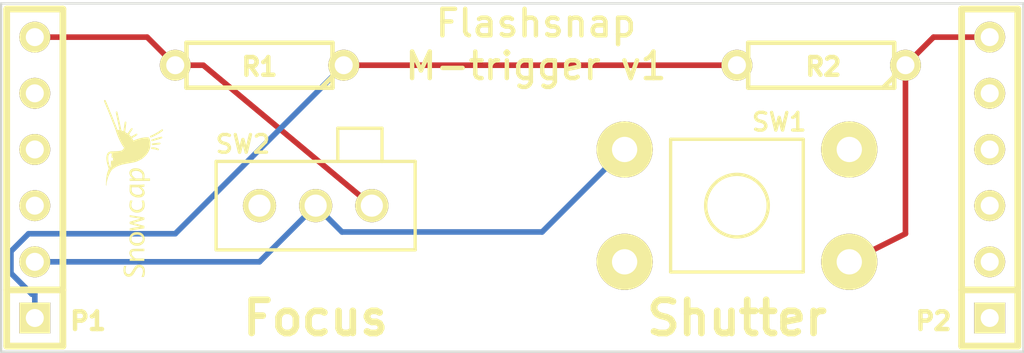
<source format=kicad_pcb>
(kicad_pcb (version 20171130) (host pcbnew "(5.1.12)-1")

  (general
    (thickness 1.6)
    (drawings 7)
    (tracks 21)
    (zones 0)
    (modules 7)
    (nets 5)
  )

  (page A3)
  (layers
    (0 F.Cu signal)
    (31 B.Cu signal)
    (32 B.Adhes user)
    (33 F.Adhes user)
    (34 B.Paste user)
    (35 F.Paste user)
    (36 B.SilkS user)
    (37 F.SilkS user)
    (38 B.Mask user)
    (39 F.Mask user)
    (40 Dwgs.User user)
    (41 Cmts.User user)
    (42 Eco1.User user)
    (43 Eco2.User user)
    (44 Edge.Cuts user)
  )

  (setup
    (last_trace_width 0.254)
    (trace_clearance 0.254)
    (zone_clearance 0.508)
    (zone_45_only no)
    (trace_min 0.254)
    (via_size 0.889)
    (via_drill 0.635)
    (via_min_size 0.889)
    (via_min_drill 0.508)
    (uvia_size 0.508)
    (uvia_drill 0.127)
    (uvias_allowed no)
    (uvia_min_size 0.508)
    (uvia_min_drill 0.127)
    (edge_width 0.1)
    (segment_width 0.2)
    (pcb_text_width 0.3)
    (pcb_text_size 1.5 1.5)
    (mod_edge_width 0.15)
    (mod_text_size 1 1)
    (mod_text_width 0.15)
    (pad_size 2.54 2.54)
    (pad_drill 1.143)
    (pad_to_mask_clearance 0)
    (aux_axis_origin 0 0)
    (visible_elements 7FFFFFFF)
    (pcbplotparams
      (layerselection 0x00030_ffffffff)
      (usegerberextensions true)
      (usegerberattributes true)
      (usegerberadvancedattributes true)
      (creategerberjobfile true)
      (excludeedgelayer true)
      (linewidth 0.150000)
      (plotframeref false)
      (viasonmask false)
      (mode 1)
      (useauxorigin false)
      (hpglpennumber 1)
      (hpglpenspeed 20)
      (hpglpendiameter 15.000000)
      (psnegative false)
      (psa4output false)
      (plotreference true)
      (plotvalue true)
      (plotinvisibletext false)
      (padsonsilk false)
      (subtractmaskfromsilk false)
      (outputformat 1)
      (mirror false)
      (drillshape 0)
      (scaleselection 1)
      (outputdirectory "gerber/"))
  )

  (net 0 "")
  (net 1 N-000001)
  (net 2 N-000005)
  (net 3 N-000006)
  (net 4 N-000008)

  (net_class Default "This is the default net class."
    (clearance 0.254)
    (trace_width 0.254)
    (via_dia 0.889)
    (via_drill 0.635)
    (uvia_dia 0.508)
    (uvia_drill 0.127)
    (add_net N-000001)
    (add_net N-000005)
    (add_net N-000006)
    (add_net N-000008)
  )

  (module SLIDE_SWITCH (layer F.Cu) (tedit 0) (tstamp 5485A56E)
    (at 193.04 144.78)
    (path /54858A81)
    (fp_text reference SW2 (at -3.29 -2.78) (layer F.SilkS)
      (effects (font (size 0.8 0.8) (thickness 0.15)))
    )
    (fp_text value DUAL_SWITCH_INV (at 0 3.81) (layer F.SilkS) hide
      (effects (font (size 1 1) (thickness 0.15)))
    )
    (fp_line (start -4.5 -2) (end 0 -2) (layer F.SilkS) (width 0.15))
    (fp_line (start -4.5 2) (end -4.5 -2) (layer F.SilkS) (width 0.15))
    (fp_line (start 4.5 2) (end -4.5 2) (layer F.SilkS) (width 0.15))
    (fp_line (start 4.5 -2) (end 4.5 2) (layer F.SilkS) (width 0.15))
    (fp_line (start 0 -2) (end 4.5 -2) (layer F.SilkS) (width 0.15))
    (fp_line (start 1 -3.5) (end 1 -2) (layer F.SilkS) (width 0.15))
    (fp_line (start 3 -3.5) (end 1 -3.5) (layer F.SilkS) (width 0.15))
    (fp_line (start 3 -2) (end 3 -3.5) (layer F.SilkS) (width 0.15))
    (pad 2 thru_hole circle (at 0 0) (size 1.5 1.5) (drill 1) (layers *.Cu *.Mask F.SilkS)
      (net 3 N-000006))
    (pad 1 thru_hole circle (at 2.54 0) (size 1.5 1.5) (drill 1) (layers *.Cu *.Mask F.SilkS)
      (net 1 N-000001))
    (pad 3 thru_hole circle (at -2.54 0) (size 1.5 1.5) (drill 1) (layers *.Cu *.Mask F.SilkS))
  )

  (module SW_PUSH_6MM (layer F.Cu) (tedit 5491E60B) (tstamp 5485A7D6)
    (at 212.09 144.78)
    (descr "Bouton poussoir")
    (tags "SWITCH DEV")
    (path /54858A72)
    (autoplace_cost180 10)
    (fp_text reference SW1 (at 1.91 -3.78) (layer F.SilkS)
      (effects (font (size 0.8 0.8) (thickness 0.15)))
    )
    (fp_text value SW_PUSH (at 0 0) (layer F.SilkS) hide
      (effects (font (size 1.27 1.27) (thickness 0.254)))
    )
    (fp_line (start -3 3) (end 3 3) (layer F.SilkS) (width 0.15))
    (fp_line (start -3 -3) (end -3 3) (layer F.SilkS) (width 0.15))
    (fp_line (start 3 -3) (end -3 -3) (layer F.SilkS) (width 0.15))
    (fp_line (start 3 3) (end 3 -3) (layer F.SilkS) (width 0.15))
    (fp_circle (center 0 0) (end 1 1) (layer F.SilkS) (width 0.15))
    (pad 1 thru_hole circle (at -5.08 -2.54) (size 2.54 2.54) (drill 1.143) (layers *.Cu *.Mask F.SilkS)
      (net 3 N-000006))
    (pad 2 thru_hole circle (at 5.08 2.54) (size 2.54 2.54) (drill 1.143) (layers *.Cu *.Mask F.SilkS)
      (net 2 N-000005))
    (pad 4 thru_hole circle (at 5.08 -2.54) (size 2.54 2.54) (drill 1.143) (layers *.Cu *.Mask F.SilkS))
    (pad 5 thru_hole circle (at -5.08 2.54) (size 2.54 2.54) (drill 1.143) (layers *.Cu *.Mask F.SilkS))
    (model device/switch_push.wrl
      (at (xyz 0 0 0))
      (scale (xyz 1 1 1))
      (rotate (xyz 0 0 0))
    )
  )

  (module R3 (layer F.Cu) (tedit 5491E5AD) (tstamp 0)
    (at 190.5 138.43 180)
    (descr "Resitance 3 pas")
    (tags R)
    (path /54858A90)
    (autoplace_cost180 10)
    (fp_text reference R1 (at 0 -0.07 180) (layer F.SilkS)
      (effects (font (size 0.8 0.8) (thickness 0.2)))
    )
    (fp_text value R (at 0 0.127 180) (layer F.SilkS) hide
      (effects (font (size 1.397 1.27) (thickness 0.2032)))
    )
    (fp_line (start -3.302 -0.508) (end -2.794 -1.016) (layer F.SilkS) (width 0.2032))
    (fp_line (start 3.302 1.016) (end 3.302 0) (layer F.SilkS) (width 0.2032))
    (fp_line (start -3.302 1.016) (end 3.302 1.016) (layer F.SilkS) (width 0.2032))
    (fp_line (start -3.302 -1.016) (end -3.302 1.016) (layer F.SilkS) (width 0.2032))
    (fp_line (start 3.302 -1.016) (end -3.302 -1.016) (layer F.SilkS) (width 0.2032))
    (fp_line (start 3.302 0) (end 3.302 -1.016) (layer F.SilkS) (width 0.2032))
    (fp_line (start 3.81 0) (end 3.302 0) (layer F.SilkS) (width 0.2032))
    (fp_line (start -3.81 0) (end -3.302 0) (layer F.SilkS) (width 0.2032))
    (pad 1 thru_hole circle (at -3.81 0 180) (size 1.397 1.397) (drill 0.8128) (layers *.Cu *.Mask F.SilkS)
      (net 4 N-000008))
    (pad 2 thru_hole circle (at 3.81 0 180) (size 1.397 1.397) (drill 0.8128) (layers *.Cu *.Mask F.SilkS)
      (net 1 N-000001))
    (model discret/resistor.wrl
      (at (xyz 0 0 0))
      (scale (xyz 0.3 0.3 0.3))
      (rotate (xyz 0 0 0))
    )
  )

  (module R3 (layer F.Cu) (tedit 5491E5BD) (tstamp 5485EB6B)
    (at 215.9 138.43 180)
    (descr "Resitance 3 pas")
    (tags R)
    (path /54858A9F)
    (autoplace_cost180 10)
    (fp_text reference R2 (at -0.1 -0.07 180) (layer F.SilkS)
      (effects (font (size 0.8 0.8) (thickness 0.2)))
    )
    (fp_text value R (at 0 0.127 180) (layer F.SilkS) hide
      (effects (font (size 1.397 1.27) (thickness 0.2032)))
    )
    (fp_line (start -3.302 -0.508) (end -2.794 -1.016) (layer F.SilkS) (width 0.2032))
    (fp_line (start 3.302 1.016) (end 3.302 0) (layer F.SilkS) (width 0.2032))
    (fp_line (start -3.302 1.016) (end 3.302 1.016) (layer F.SilkS) (width 0.2032))
    (fp_line (start -3.302 -1.016) (end -3.302 1.016) (layer F.SilkS) (width 0.2032))
    (fp_line (start 3.302 -1.016) (end -3.302 -1.016) (layer F.SilkS) (width 0.2032))
    (fp_line (start 3.302 0) (end 3.302 -1.016) (layer F.SilkS) (width 0.2032))
    (fp_line (start 3.81 0) (end 3.302 0) (layer F.SilkS) (width 0.2032))
    (fp_line (start -3.81 0) (end -3.302 0) (layer F.SilkS) (width 0.2032))
    (pad 1 thru_hole circle (at -3.81 0 180) (size 1.397 1.397) (drill 0.8128) (layers *.Cu *.Mask F.SilkS)
      (net 2 N-000005))
    (pad 2 thru_hole circle (at 3.81 0 180) (size 1.397 1.397) (drill 0.8128) (layers *.Cu *.Mask F.SilkS)
      (net 4 N-000008))
    (model discret/resistor.wrl
      (at (xyz 0 0 0))
      (scale (xyz 0.3 0.3 0.3))
      (rotate (xyz 0 0 0))
    )
  )

  (module SIL-6 (layer F.Cu) (tedit 0) (tstamp 5)
    (at 180.34 143.51 90)
    (descr "Connecteur 6 pins")
    (tags "CONN DEV")
    (path /5491E0C0)
    (fp_text reference P1 (at -6.49 2.41 180) (layer F.SilkS)
      (effects (font (size 0.8 0.8) (thickness 0.2)))
    )
    (fp_text value CONN_6 (at 0 -2.54 90) (layer F.SilkS) hide
      (effects (font (size 1.524 1.016) (thickness 0.3048)))
    )
    (fp_line (start -5.08 1.27) (end -5.08 -1.27) (layer F.SilkS) (width 0.3048))
    (fp_line (start 7.62 1.27) (end -7.62 1.27) (layer F.SilkS) (width 0.3048))
    (fp_line (start 7.62 -1.27) (end 7.62 1.27) (layer F.SilkS) (width 0.3048))
    (fp_line (start -7.62 -1.27) (end 7.62 -1.27) (layer F.SilkS) (width 0.3048))
    (fp_line (start -7.62 1.27) (end -7.62 -1.27) (layer F.SilkS) (width 0.3048))
    (pad 1 thru_hole rect (at -6.35 0 90) (size 1.397 1.397) (drill 0.8128) (layers *.Cu *.Mask F.SilkS)
      (net 4 N-000008))
    (pad 2 thru_hole circle (at -3.81 0 90) (size 1.397 1.397) (drill 0.8128) (layers *.Cu *.Mask F.SilkS)
      (net 3 N-000006))
    (pad 3 thru_hole circle (at -1.27 0 90) (size 1.397 1.397) (drill 0.8128) (layers *.Cu *.Mask F.SilkS))
    (pad 4 thru_hole circle (at 1.27 0 90) (size 1.397 1.397) (drill 0.8128) (layers *.Cu *.Mask F.SilkS))
    (pad 5 thru_hole circle (at 3.81 0 90) (size 1.397 1.397) (drill 0.8128) (layers *.Cu *.Mask F.SilkS))
    (pad 6 thru_hole circle (at 6.35 0 90) (size 1.397 1.397) (drill 0.8128) (layers *.Cu *.Mask F.SilkS)
      (net 1 N-000001))
  )

  (module SIL-6 (layer F.Cu) (tedit 5491E62E) (tstamp 5491E2A3)
    (at 223.52 143.51 90)
    (descr "Connecteur 6 pins")
    (tags "CONN DEV")
    (path /5491E0EA)
    (fp_text reference P2 (at -6.49 -2.54 180) (layer F.SilkS)
      (effects (font (size 0.8 0.8) (thickness 0.2)))
    )
    (fp_text value CONN_6 (at 0 -2.54 90) (layer F.SilkS) hide
      (effects (font (size 1.524 1.016) (thickness 0.3048)))
    )
    (fp_line (start -5.08 1.27) (end -5.08 -1.27) (layer F.SilkS) (width 0.3048))
    (fp_line (start 7.62 1.27) (end -7.62 1.27) (layer F.SilkS) (width 0.3048))
    (fp_line (start 7.62 -1.27) (end 7.62 1.27) (layer F.SilkS) (width 0.3048))
    (fp_line (start -7.62 -1.27) (end 7.62 -1.27) (layer F.SilkS) (width 0.3048))
    (fp_line (start -7.62 1.27) (end -7.62 -1.27) (layer F.SilkS) (width 0.3048))
    (pad 1 thru_hole rect (at -6.35 0 90) (size 1.397 1.397) (drill 0.8128) (layers *.Cu *.Mask F.SilkS))
    (pad 2 thru_hole circle (at -3.81 0 90) (size 1.397 1.397) (drill 0.8128) (layers *.Cu *.Mask F.SilkS))
    (pad 3 thru_hole circle (at -1.27 0 90) (size 1.397 1.397) (drill 0.8128) (layers *.Cu *.Mask F.SilkS))
    (pad 4 thru_hole circle (at 1.27 0 90) (size 1.397 1.397) (drill 0.8128) (layers *.Cu *.Mask F.SilkS))
    (pad 5 thru_hole circle (at 3.81 0 90) (size 1.397 1.397) (drill 0.8128) (layers *.Cu *.Mask F.SilkS))
    (pad 6 thru_hole circle (at 6.35 0 90) (size 1.397 1.397) (drill 0.8128) (layers *.Cu *.Mask F.SilkS)
      (net 2 N-000005))
  )

  (module LOGO_SNOWCAP_FRONT_SMALL (layer F.Cu) (tedit 5493CD4C) (tstamp 5492DAA5)
    (at 184.8 144 90)
    (fp_text reference VAL (at 0 0 90) (layer F.SilkS) hide
      (effects (font (size 0.381 0.381) (thickness 0.09525)))
    )
    (fp_text value REF (at 0 0 90) (layer F.SilkS) hide
      (effects (font (size 0.381 0.381) (thickness 0.09525)))
    )
    (fp_poly (pts (xy -1.20904 -0.1651) (xy -1.20904 -0.16256) (xy -1.21158 -0.14986) (xy -1.21412 -0.13208)
      (xy -1.2192 -0.10668) (xy -1.22428 -0.0762) (xy -1.22936 -0.04318) (xy -1.23444 -0.00254)
      (xy -1.24206 0.04064) (xy -1.24968 0.0889) (xy -1.2573 0.13716) (xy -1.26238 0.1651)
      (xy -1.31572 0.49276) (xy -1.36652 0.49276) (xy -1.41732 0.49022) (xy -1.48082 0.2794)
      (xy -1.49352 0.23622) (xy -1.50622 0.19812) (xy -1.51638 0.16002) (xy -1.52654 0.12192)
      (xy -1.5367 0.09144) (xy -1.54432 0.0635) (xy -1.5494 0.04064) (xy -1.55448 0.0254)
      (xy -1.55448 0.02286) (xy -1.55702 0.00508) (xy -1.5621 -0.0127) (xy -1.56464 -0.02032)
      (xy -1.56464 -0.0254) (xy -1.56718 -0.02032) (xy -1.56972 -0.01016) (xy -1.57226 0.00508)
      (xy -1.57734 0.02286) (xy -1.57988 0.03302) (xy -1.58496 0.05334) (xy -1.59004 0.07874)
      (xy -1.59766 0.10922) (xy -1.60528 0.14478) (xy -1.61544 0.18034) (xy -1.6256 0.22098)
      (xy -1.63576 0.26162) (xy -1.64084 0.2794) (xy -1.69418 0.49276) (xy -1.74752 0.49276)
      (xy -1.77038 0.49276) (xy -1.78562 0.49276) (xy -1.79324 0.49276) (xy -1.80086 0.49022)
      (xy -1.8034 0.48768) (xy -1.8034 0.48514) (xy -1.8034 0.47752) (xy -1.80594 0.46482)
      (xy -1.81102 0.44704) (xy -1.81356 0.42164) (xy -1.81864 0.39116) (xy -1.82372 0.3556)
      (xy -1.83134 0.31496) (xy -1.83896 0.27178) (xy -1.84658 0.22606) (xy -1.8542 0.1778)
      (xy -1.85674 0.1651) (xy -1.86436 0.11684) (xy -1.87198 0.06858) (xy -1.8796 0.0254)
      (xy -1.88468 -0.01778) (xy -1.8923 -0.05334) (xy -1.89738 -0.08636) (xy -1.89992 -0.1143)
      (xy -1.905 -0.13462) (xy -1.90754 -0.14986) (xy -1.90754 -0.15748) (xy -1.91008 -0.16764)
      (xy -1.85928 -0.16764) (xy -1.83642 -0.16764) (xy -1.82118 -0.16764) (xy -1.81102 -0.1651)
      (xy -1.80848 -0.1651) (xy -1.80848 -0.16256) (xy -1.80594 -0.16002) (xy -1.80594 -0.14732)
      (xy -1.80086 -0.12954) (xy -1.79832 -0.10414) (xy -1.79324 -0.0762) (xy -1.78816 -0.04318)
      (xy -1.78308 -0.00762) (xy -1.77546 0.03302) (xy -1.77546 0.03556) (xy -1.7653 0.09652)
      (xy -1.75768 0.1524) (xy -1.75006 0.19812) (xy -1.74498 0.23622) (xy -1.7399 0.2667)
      (xy -1.73482 0.28956) (xy -1.73228 0.30734) (xy -1.72974 0.3175) (xy -1.72974 0.32004)
      (xy -1.7272 0.3175) (xy -1.72466 0.30734) (xy -1.72212 0.2921) (xy -1.71958 0.2794)
      (xy -1.71704 0.2667) (xy -1.7145 0.24892) (xy -1.70688 0.22352) (xy -1.7018 0.19558)
      (xy -1.69164 0.16002) (xy -1.68402 0.12446) (xy -1.67386 0.08636) (xy -1.6637 0.04572)
      (xy -1.66116 0.03556) (xy -1.60782 -0.16764) (xy -1.55702 -0.16764) (xy -1.50876 -0.16764)
      (xy -1.45034 0.02794) (xy -1.44018 0.06858) (xy -1.42748 0.10668) (xy -1.41732 0.14478)
      (xy -1.40716 0.18034) (xy -1.39954 0.21082) (xy -1.39192 0.23876) (xy -1.38684 0.25908)
      (xy -1.38176 0.27178) (xy -1.37668 0.29464) (xy -1.37414 0.30734) (xy -1.3716 0.31496)
      (xy -1.36906 0.31496) (xy -1.36906 0.31242) (xy -1.36652 0.30734) (xy -1.36398 0.2921)
      (xy -1.36144 0.27432) (xy -1.3589 0.25146) (xy -1.35382 0.22606) (xy -1.35128 0.20828)
      (xy -1.3462 0.18034) (xy -1.34112 0.14732) (xy -1.33604 0.10922) (xy -1.32842 0.06858)
      (xy -1.32334 0.02794) (xy -1.31826 -0.0127) (xy -1.31572 -0.0254) (xy -1.31064 -0.05588)
      (xy -1.30556 -0.08636) (xy -1.30048 -0.11176) (xy -1.29794 -0.13462) (xy -1.2954 -0.1524)
      (xy -1.29286 -0.16256) (xy -1.29286 -0.1651) (xy -1.29032 -0.16764) (xy -1.28016 -0.16764)
      (xy -1.26746 -0.16764) (xy -1.25222 -0.16764) (xy -1.23444 -0.16764) (xy -1.22174 -0.16764)
      (xy -1.21158 -0.16764) (xy -1.20904 -0.1651)) (layer F.SilkS) (width 0.00254))
    (fp_poly (pts (xy -2.7305 0.49276) (xy -2.78384 0.49276) (xy -2.83718 0.49276) (xy -2.83972 0.25654)
      (xy -2.83972 0.19812) (xy -2.83972 0.14732) (xy -2.84226 0.10414) (xy -2.84226 0.06858)
      (xy -2.84226 0.0381) (xy -2.8448 0.01778) (xy -2.8448 0.00254) (xy -2.84734 -0.00254)
      (xy -2.85496 -0.03048) (xy -2.8702 -0.0508) (xy -2.89052 -0.06858) (xy -2.91338 -0.08128)
      (xy -2.93116 -0.08382) (xy -2.95656 -0.08382) (xy -2.9845 -0.07366) (xy -3.01498 -0.06096)
      (xy -3.04546 -0.04064) (xy -3.07594 -0.01524) (xy -3.10388 0.0127) (xy -3.13182 0.04572)
      (xy -3.15468 0.08128) (xy -3.15722 0.08382) (xy -3.16992 0.10922) (xy -3.16992 0.29972)
      (xy -3.16992 0.49276) (xy -3.2258 0.49276) (xy -3.27914 0.49276) (xy -3.27914 0.16256)
      (xy -3.27914 -0.16764) (xy -3.2258 -0.16764) (xy -3.16992 -0.16764) (xy -3.16992 -0.09652)
      (xy -3.16992 -0.02794) (xy -3.15976 -0.04064) (xy -3.14198 -0.0635) (xy -3.12928 -0.07874)
      (xy -3.11658 -0.09398) (xy -3.10388 -0.10414) (xy -3.09118 -0.11684) (xy -3.08864 -0.11684)
      (xy -3.05308 -0.14478) (xy -3.01244 -0.1651) (xy -2.97434 -0.1778) (xy -2.9337 -0.18542)
      (xy -2.8956 -0.18288) (xy -2.86004 -0.17526) (xy -2.82448 -0.15748) (xy -2.81686 -0.1524)
      (xy -2.79146 -0.13716) (xy -2.77368 -0.11684) (xy -2.75844 -0.09398) (xy -2.74828 -0.06604)
      (xy -2.74066 -0.03556) (xy -2.73558 0.00508) (xy -2.73558 0.01016) (xy -2.73304 0.02286)
      (xy -2.73304 0.04318) (xy -2.73304 0.06858) (xy -2.7305 0.09906) (xy -2.7305 0.13462)
      (xy -2.7305 0.17272) (xy -2.7305 0.21336) (xy -2.7305 0.25654) (xy -2.7305 0.27432)
      (xy -2.7305 0.49276)) (layer F.SilkS) (width 0.00254))
    (fp_poly (pts (xy 0.18796 0.48768) (xy 0.18542 0.49022) (xy 0.18034 0.49276) (xy 0.17018 0.49276)
      (xy 0.15494 0.49276) (xy 0.13208 0.49276) (xy 0.07366 0.49276) (xy 0.06604 0.45212)
      (xy 0.0635 0.42926) (xy 0.06096 0.4064) (xy 0.05842 0.38608) (xy 0.05842 0.381)
      (xy 0.05588 0.36576) (xy 0.05588 0.35306) (xy 0.05334 0.34798) (xy 0.05334 0.21844)
      (xy 0.0508 0.0762) (xy 0.0508 -0.07112) (xy 0.02794 -0.0762) (xy 0.01524 -0.07874)
      (xy -0.00508 -0.08128) (xy -0.0254 -0.08128) (xy -0.03556 -0.08382) (xy -0.07874 -0.08382)
      (xy -0.1143 -0.0762) (xy -0.14732 -0.06604) (xy -0.18034 -0.04572) (xy -0.21082 -0.02032)
      (xy -0.21336 -0.01778) (xy -0.23622 0.0127) (xy -0.25654 0.04318) (xy -0.27178 0.0762)
      (xy -0.28194 0.11176) (xy -0.28702 0.13462) (xy -0.28956 0.1651) (xy -0.28956 0.19558)
      (xy -0.2921 0.22606) (xy -0.28956 0.25654) (xy -0.28702 0.2794) (xy -0.28448 0.2921)
      (xy -0.27178 0.32766) (xy -0.254 0.35814) (xy -0.23114 0.381) (xy -0.2159 0.3937)
      (xy -0.1905 0.40386) (xy -0.16256 0.40386) (xy -0.13462 0.39878) (xy -0.12446 0.39624)
      (xy -0.10668 0.38862) (xy -0.09144 0.37846) (xy -0.08382 0.37338) (xy -0.0635 0.35814)
      (xy -0.04064 0.33782) (xy -0.01778 0.31242) (xy 0.00508 0.28702) (xy 0.02286 0.26416)
      (xy 0.02794 0.25654) (xy 0.05334 0.21844) (xy 0.05334 0.34798) (xy 0.0508 0.35306)
      (xy 0.04318 0.36068) (xy 0.0381 0.3683) (xy 0.02286 0.38862) (xy 0.00254 0.41148)
      (xy -0.02032 0.4318) (xy -0.04318 0.45212) (xy -0.05334 0.45974) (xy -0.09398 0.4826)
      (xy -0.13462 0.50038) (xy -0.17272 0.508) (xy -0.21336 0.51054) (xy -0.22352 0.508)
      (xy -0.25654 0.50038) (xy -0.28702 0.48514) (xy -0.3175 0.46482) (xy -0.34544 0.43942)
      (xy -0.3683 0.40894) (xy -0.38354 0.381) (xy -0.38862 0.36576) (xy -0.39624 0.34798)
      (xy -0.40132 0.32766) (xy -0.40132 0.32512) (xy -0.40894 0.26924) (xy -0.41148 0.21336)
      (xy -0.4064 0.16002) (xy -0.39624 0.10668) (xy -0.381 0.05588) (xy -0.36068 0.00762)
      (xy -0.33528 -0.0381) (xy -0.3048 -0.0762) (xy -0.26924 -0.10922) (xy -0.26416 -0.1143)
      (xy -0.23622 -0.13208) (xy -0.21082 -0.14732) (xy -0.18288 -0.16002) (xy -0.16256 -0.1651)
      (xy -0.14986 -0.16764) (xy -0.13716 -0.17018) (xy -0.11938 -0.17272) (xy -0.1016 -0.17272)
      (xy -0.07874 -0.17526) (xy -0.0508 -0.17526) (xy -0.02032 -0.17272) (xy 0.02032 -0.17272)
      (xy 0.06604 -0.17018) (xy 0.07366 -0.17018) (xy 0.1651 -0.16764) (xy 0.1651 0.09144)
      (xy 0.1651 0.1524) (xy 0.1651 0.2032) (xy 0.1651 0.25146) (xy 0.1651 0.28956)
      (xy 0.16764 0.32512) (xy 0.16764 0.3556) (xy 0.17018 0.381) (xy 0.17018 0.40386)
      (xy 0.17272 0.42164) (xy 0.17526 0.43942) (xy 0.1778 0.45466) (xy 0.18288 0.4699)
      (xy 0.18542 0.4826) (xy 0.18796 0.48514) (xy 0.18796 0.48768)) (layer F.SilkS) (width 0.00254))
    (fp_poly (pts (xy -0.54864 0.47244) (xy -0.5588 0.47752) (xy -0.56642 0.48006) (xy -0.58166 0.4826)
      (xy -0.59944 0.48768) (xy -0.60706 0.49022) (xy -0.66548 0.50292) (xy -0.72136 0.508)
      (xy -0.7747 0.51054) (xy -0.80264 0.508) (xy -0.8382 0.50292) (xy -0.8763 0.49276)
      (xy -0.91186 0.47752) (xy -0.93726 0.46482) (xy -0.97282 0.43942) (xy -1.00584 0.40894)
      (xy -1.03378 0.37592) (xy -1.05918 0.33782) (xy -1.06172 0.3302) (xy -1.0795 0.28702)
      (xy -1.0922 0.2413) (xy -1.09728 0.19304) (xy -1.09728 0.14224) (xy -1.0922 0.09398)
      (xy -1.08204 0.04826) (xy -1.0668 0.00508) (xy -1.06426 0.00254) (xy -1.03886 -0.04064)
      (xy -1.00838 -0.07874) (xy -0.97282 -0.1143) (xy -0.93218 -0.14224) (xy -0.889 -0.16256)
      (xy -0.8509 -0.17526) (xy -0.80518 -0.18288) (xy -0.75692 -0.18542) (xy -0.70358 -0.18034)
      (xy -0.65024 -0.17272) (xy -0.59436 -0.16002) (xy -0.57912 -0.15748) (xy -0.54864 -0.14732)
      (xy -0.54864 -0.09652) (xy -0.54864 -0.07366) (xy -0.54864 -0.06096) (xy -0.55118 -0.0508)
      (xy -0.55118 -0.04572) (xy -0.55372 -0.04572) (xy -0.55626 -0.04572) (xy -0.56134 -0.04826)
      (xy -0.57404 -0.05334) (xy -0.59182 -0.05842) (xy -0.60706 -0.0635) (xy -0.62992 -0.07112)
      (xy -0.65024 -0.07874) (xy -0.67056 -0.08382) (xy -0.68326 -0.08636) (xy -0.70866 -0.09144)
      (xy -0.7366 -0.09144) (xy -0.76708 -0.09144) (xy -0.79248 -0.09144) (xy -0.81534 -0.08636)
      (xy -0.85344 -0.07366) (xy -0.88646 -0.05334) (xy -0.9144 -0.0254) (xy -0.9398 0.00762)
      (xy -0.95758 0.04318) (xy -0.97028 0.08382) (xy -0.9779 0.12954) (xy -0.9779 0.15748)
      (xy -0.9779 0.19304) (xy -0.97282 0.22352) (xy -0.9652 0.254) (xy -0.9525 0.28194)
      (xy -0.92964 0.32004) (xy -0.90678 0.35052) (xy -0.87884 0.37592) (xy -0.84582 0.3937)
      (xy -0.83312 0.39878) (xy -0.81788 0.40132) (xy -0.79502 0.4064) (xy -0.76962 0.4064)
      (xy -0.74168 0.40894) (xy -0.71628 0.40894) (xy -0.69088 0.4064) (xy -0.68072 0.4064)
      (xy -0.66548 0.40132) (xy -0.6477 0.39878) (xy -0.62738 0.39116) (xy -0.60452 0.38608)
      (xy -0.58166 0.37846) (xy -0.56642 0.37338) (xy -0.55626 0.37084) (xy -0.55372 0.37084)
      (xy -0.55118 0.37338) (xy -0.54864 0.37846) (xy -0.54864 0.39116) (xy -0.54864 0.40894)
      (xy -0.54864 0.42164) (xy -0.54864 0.47244)) (layer F.SilkS) (width 0.00254))
    (fp_poly (pts (xy -1.97612 0.1905) (xy -1.97866 0.2286) (xy -1.98374 0.26162) (xy -1.99136 0.2921)
      (xy -2.00152 0.32258) (xy -2.02692 0.3683) (xy -2.05486 0.40894) (xy -2.09042 0.44196)
      (xy -2.09296 0.4445) (xy -2.09296 0.15748) (xy -2.0955 0.10922) (xy -2.10312 0.06604)
      (xy -2.11582 0.0254) (xy -2.1336 -0.01016) (xy -2.15392 -0.03556) (xy -2.17932 -0.06096)
      (xy -2.20472 -0.0762) (xy -2.23774 -0.0889) (xy -2.27076 -0.09144) (xy -2.29362 -0.09144)
      (xy -2.31394 -0.09144) (xy -2.32918 -0.0889) (xy -2.34188 -0.08636) (xy -2.35712 -0.07874)
      (xy -2.35966 -0.07874) (xy -2.39014 -0.05842) (xy -2.41808 -0.03302) (xy -2.4384 -0.00254)
      (xy -2.45618 0.0381) (xy -2.4638 0.05842) (xy -2.46634 0.07112) (xy -2.46888 0.08382)
      (xy -2.47142 0.09652) (xy -2.47142 0.11176) (xy -2.47142 0.13208) (xy -2.47142 0.15748)
      (xy -2.47142 0.16256) (xy -2.47142 0.19558) (xy -2.47142 0.22098) (xy -2.46888 0.24384)
      (xy -2.4638 0.26416) (xy -2.45872 0.28194) (xy -2.4511 0.30226) (xy -2.44348 0.3175)
      (xy -2.42316 0.35052) (xy -2.39776 0.37846) (xy -2.36982 0.39878) (xy -2.3368 0.41148)
      (xy -2.30124 0.4191) (xy -2.26314 0.4191) (xy -2.25298 0.41656) (xy -2.21742 0.4064)
      (xy -2.18694 0.39116) (xy -2.159 0.3683) (xy -2.13614 0.33782) (xy -2.11836 0.3048)
      (xy -2.10312 0.26162) (xy -2.0955 0.2159) (xy -2.09296 0.20574) (xy -2.09296 0.15748)
      (xy -2.09296 0.4445) (xy -2.12852 0.4699) (xy -2.16916 0.49022) (xy -2.21488 0.50546)
      (xy -2.26314 0.51054) (xy -2.3114 0.51054) (xy -2.35966 0.50292) (xy -2.40284 0.48768)
      (xy -2.44602 0.46736) (xy -2.48158 0.43942) (xy -2.5146 0.4064) (xy -2.54254 0.36576)
      (xy -2.5654 0.32004) (xy -2.58064 0.27178) (xy -2.58572 0.25908) (xy -2.58826 0.24384)
      (xy -2.5908 0.23114) (xy -2.5908 0.21336) (xy -2.5908 0.19558) (xy -2.5908 0.16764)
      (xy -2.5908 0.1651) (xy -2.5908 0.13716) (xy -2.5908 0.11684) (xy -2.5908 0.09906)
      (xy -2.58826 0.08382) (xy -2.58572 0.07112) (xy -2.58318 0.05842) (xy -2.56794 0.0127)
      (xy -2.54508 -0.03302) (xy -2.51968 -0.07366) (xy -2.48666 -0.10922) (xy -2.45364 -0.13716)
      (xy -2.44602 -0.14224) (xy -2.413 -0.16002) (xy -2.37744 -0.17272) (xy -2.33934 -0.18034)
      (xy -2.29616 -0.18542) (xy -2.26822 -0.18288) (xy -2.22758 -0.18034) (xy -2.19456 -0.17526)
      (xy -2.16154 -0.1651) (xy -2.1336 -0.14986) (xy -2.12598 -0.14478) (xy -2.0955 -0.12446)
      (xy -2.06502 -0.09652) (xy -2.03962 -0.0635) (xy -2.01676 -0.02794) (xy -2.00152 0.00762)
      (xy -1.99136 0.03048) (xy -1.98628 0.0508) (xy -1.9812 0.07112) (xy -1.97866 0.09144)
      (xy -1.97612 0.11684) (xy -1.97612 0.14732) (xy -1.97612 0.14986) (xy -1.97612 0.1905)) (layer F.SilkS) (width 0.00254))
    (fp_poly (pts (xy -3.44678 0.25146) (xy -3.44678 0.29464) (xy -3.45694 0.33528) (xy -3.46964 0.37084)
      (xy -3.48996 0.40894) (xy -3.52044 0.43942) (xy -3.55346 0.46736) (xy -3.59156 0.49022)
      (xy -3.63728 0.50546) (xy -3.66014 0.51054) (xy -3.68046 0.51308) (xy -3.7084 0.51562)
      (xy -3.73634 0.51816) (xy -3.76682 0.51816) (xy -3.7973 0.51816) (xy -3.8227 0.51816)
      (xy -3.84048 0.51562) (xy -3.87604 0.51054) (xy -3.91414 0.50292) (xy -3.95224 0.49022)
      (xy -3.96748 0.48514) (xy -4.0005 0.47498) (xy -4.00304 0.41656) (xy -4.00304 0.36068)
      (xy -3.96748 0.37846) (xy -3.92684 0.3937) (xy -3.88112 0.4064) (xy -3.83794 0.41656)
      (xy -3.7973 0.42418) (xy -3.7592 0.42926) (xy -3.74904 0.42926) (xy -3.71856 0.42672)
      (xy -3.68808 0.4191) (xy -3.6576 0.41148) (xy -3.6322 0.39878) (xy -3.61188 0.38354)
      (xy -3.60934 0.381) (xy -3.58902 0.35814) (xy -3.57378 0.3302) (xy -3.56616 0.29972)
      (xy -3.56362 0.26924) (xy -3.56362 0.2667) (xy -3.5687 0.24638) (xy -3.57378 0.22606)
      (xy -3.58394 0.20828) (xy -3.59664 0.18796) (xy -3.61696 0.17018) (xy -3.63982 0.14986)
      (xy -3.66776 0.12954) (xy -3.70078 0.10668) (xy -3.74396 0.08128) (xy -3.77444 0.0635)
      (xy -3.80746 0.04572) (xy -3.83286 0.02794) (xy -3.85572 0.01524) (xy -3.8735 0.00254)
      (xy -3.89128 -0.01016) (xy -3.90398 -0.02286) (xy -3.91922 -0.03556) (xy -3.91922 -0.0381)
      (xy -3.9497 -0.07366) (xy -3.97256 -0.10922) (xy -3.98526 -0.14986) (xy -3.99288 -0.1905)
      (xy -3.99288 -0.20574) (xy -3.99034 -0.25146) (xy -3.98018 -0.28956) (xy -3.96494 -0.32512)
      (xy -3.94208 -0.35814) (xy -3.92684 -0.37338) (xy -3.8989 -0.39624) (xy -3.8735 -0.41656)
      (xy -3.84048 -0.42926) (xy -3.80746 -0.43942) (xy -3.76428 -0.44704) (xy -3.74396 -0.44958)
      (xy -3.71094 -0.45212) (xy -3.67538 -0.44958) (xy -3.63982 -0.44704) (xy -3.60172 -0.4445)
      (xy -3.5687 -0.43942) (xy -3.53822 -0.4318) (xy -3.5179 -0.42418) (xy -3.50774 -0.42164)
      (xy -3.50774 -0.37338) (xy -3.50774 -0.3556) (xy -3.50774 -0.34036) (xy -3.50774 -0.32766)
      (xy -3.50774 -0.32512) (xy -3.51282 -0.32512) (xy -3.52298 -0.32766) (xy -3.53822 -0.3302)
      (xy -3.54584 -0.33274) (xy -3.59664 -0.34798) (xy -3.65252 -0.3556) (xy -3.68046 -0.35814)
      (xy -3.72618 -0.35814) (xy -3.76428 -0.35306) (xy -3.7973 -0.34036) (xy -3.82778 -0.32004)
      (xy -3.83794 -0.30988) (xy -3.85572 -0.2921) (xy -3.86588 -0.27178) (xy -3.87096 -0.24892)
      (xy -3.8735 -0.22098) (xy -3.8735 -0.2032) (xy -3.87096 -0.18542) (xy -3.86588 -0.17018)
      (xy -3.85826 -0.15494) (xy -3.8481 -0.1397) (xy -3.83286 -0.12446) (xy -3.81508 -0.10922)
      (xy -3.78968 -0.09144) (xy -3.76174 -0.07112) (xy -3.72618 -0.04826) (xy -3.68554 -0.02286)
      (xy -3.67284 -0.01778) (xy -3.63474 0.00762) (xy -3.60172 0.02794) (xy -3.57632 0.04572)
      (xy -3.55346 0.06096) (xy -3.53568 0.0762) (xy -3.52044 0.0889) (xy -3.50774 0.10414)
      (xy -3.49504 0.11684) (xy -3.48488 0.13462) (xy -3.48234 0.13716) (xy -3.46456 0.17272)
      (xy -3.45186 0.21082) (xy -3.44678 0.25146)) (layer F.SilkS) (width 0.00254))
    (fp_poly (pts (xy 0.91186 0.1016) (xy 0.90932 0.15748) (xy 0.9017 0.20828) (xy 0.889 0.254)
      (xy 0.87122 0.29972) (xy 0.86614 0.30988) (xy 0.8382 0.35814) (xy 0.80518 0.40132)
      (xy 0.79248 0.41402) (xy 0.79248 0.13716) (xy 0.79248 0.09144) (xy 0.7874 0.0508)
      (xy 0.77724 0.01524) (xy 0.76454 -0.01778) (xy 0.74676 -0.04318) (xy 0.72644 -0.06096)
      (xy 0.70358 -0.07366) (xy 0.67818 -0.07874) (xy 0.65278 -0.07874) (xy 0.62484 -0.06858)
      (xy 0.59436 -0.05334) (xy 0.56388 -0.03302) (xy 0.53594 -0.00762) (xy 0.50546 0.0254)
      (xy 0.47752 0.0635) (xy 0.47498 0.06858) (xy 0.44958 0.10668) (xy 0.44958 0.25146)
      (xy 0.44958 0.39624) (xy 0.48006 0.40132) (xy 0.50546 0.4064) (xy 0.5334 0.40894)
      (xy 0.56134 0.40894) (xy 0.58674 0.4064) (xy 0.60706 0.40386) (xy 0.61214 0.40386)
      (xy 0.64008 0.3937) (xy 0.66548 0.381) (xy 0.68834 0.36322) (xy 0.7112 0.3429)
      (xy 0.7366 0.31242) (xy 0.75946 0.28194) (xy 0.7747 0.24638) (xy 0.78486 0.20574)
      (xy 0.78994 0.16002) (xy 0.79248 0.13716) (xy 0.79248 0.41402) (xy 0.76962 0.43434)
      (xy 0.73152 0.46228) (xy 0.68834 0.4826) (xy 0.64008 0.4953) (xy 0.635 0.49784)
      (xy 0.6223 0.49784) (xy 0.60198 0.50038) (xy 0.57912 0.50038) (xy 0.55372 0.50038)
      (xy 0.52578 0.50038) (xy 0.50292 0.49784) (xy 0.48006 0.49784) (xy 0.46482 0.4953)
      (xy 0.45974 0.4953) (xy 0.44958 0.49276) (xy 0.44958 0.61976) (xy 0.44958 0.7493)
      (xy 0.3937 0.7493) (xy 0.33782 0.7493) (xy 0.33782 0.28956) (xy 0.33782 -0.17018)
      (xy 0.39116 -0.16764) (xy 0.44704 -0.16764) (xy 0.44704 -0.09652) (xy 0.44958 -0.0254)
      (xy 0.47498 -0.05842) (xy 0.508 -0.09652) (xy 0.54864 -0.12954) (xy 0.58928 -0.15494)
      (xy 0.61976 -0.16764) (xy 0.6477 -0.1778) (xy 0.6731 -0.18288) (xy 0.70104 -0.18288)
      (xy 0.7112 -0.18288) (xy 0.74422 -0.18034) (xy 0.77216 -0.16764) (xy 0.80264 -0.1524)
      (xy 0.83058 -0.127) (xy 0.83312 -0.127) (xy 0.84836 -0.11176) (xy 0.86106 -0.09652)
      (xy 0.87122 -0.07874) (xy 0.87884 -0.0635) (xy 0.89154 -0.03556) (xy 0.89916 -0.00762)
      (xy 0.90678 0.02286) (xy 0.90932 0.05588) (xy 0.91186 0.09398) (xy 0.91186 0.1016)) (layer F.SilkS) (width 0.00254))
    (fp_poly (pts (xy 3.99796 -1.29286) (xy 3.99542 -1.28016) (xy 3.9878 -1.26746) (xy 3.9878 -1.26492)
      (xy 3.98018 -1.26238) (xy 3.96748 -1.2573) (xy 3.9497 -1.24714) (xy 3.92938 -1.23952)
      (xy 3.90652 -1.22936) (xy 3.8989 -1.22682) (xy 3.88112 -1.2192) (xy 3.85826 -1.20904)
      (xy 3.82778 -1.19634) (xy 3.79222 -1.1811) (xy 3.75412 -1.16586) (xy 3.71348 -1.15062)
      (xy 3.6703 -1.1303) (xy 3.62712 -1.11252) (xy 3.5814 -1.09474) (xy 3.57378 -1.0922)
      (xy 3.48488 -1.05664) (xy 3.39598 -1.01854) (xy 3.30454 -0.98044) (xy 3.2131 -0.94488)
      (xy 3.1242 -0.90932) (xy 3.0353 -0.87376) (xy 2.95148 -0.84074) (xy 2.8702 -0.80772)
      (xy 2.79654 -0.77978) (xy 2.78892 -0.77724) (xy 2.75844 -0.76454) (xy 2.7305 -0.75438)
      (xy 2.7051 -0.74422) (xy 2.68478 -0.7366) (xy 2.66954 -0.73152) (xy 2.65938 -0.72644)
      (xy 2.65684 -0.72644) (xy 2.65176 -0.7239) (xy 2.64922 -0.71882) (xy 2.64668 -0.70866)
      (xy 2.64414 -0.69342) (xy 2.6416 -0.67564) (xy 2.63906 -0.65786) (xy 2.63652 -0.64262)
      (xy 2.63652 -0.62992) (xy 2.63652 -0.62738) (xy 2.63906 -0.62738) (xy 2.65176 -0.62992)
      (xy 2.66954 -0.635) (xy 2.6924 -0.64008) (xy 2.72288 -0.64516) (xy 2.75844 -0.65278)
      (xy 2.79908 -0.6604) (xy 2.84226 -0.67056) (xy 2.89052 -0.68072) (xy 2.94132 -0.69342)
      (xy 2.99466 -0.70358) (xy 3.03022 -0.7112) (xy 3.0861 -0.7239) (xy 3.13944 -0.73406)
      (xy 3.19024 -0.74676) (xy 3.2385 -0.75692) (xy 3.28168 -0.76454) (xy 3.32232 -0.7747)
      (xy 3.35534 -0.77978) (xy 3.38582 -0.7874) (xy 3.41122 -0.79248) (xy 3.429 -0.79502)
      (xy 3.43916 -0.79756) (xy 3.4417 -0.79756) (xy 3.45948 -0.79502) (xy 3.46964 -0.78486)
      (xy 3.47726 -0.77216) (xy 3.4798 -0.762) (xy 3.47726 -0.74676) (xy 3.4671 -0.73406)
      (xy 3.45948 -0.72898) (xy 3.4544 -0.72644) (xy 3.4417 -0.7239) (xy 3.42138 -0.71882)
      (xy 3.39598 -0.71374) (xy 3.3655 -0.70612) (xy 3.32994 -0.6985) (xy 3.28676 -0.68834)
      (xy 3.24104 -0.67818) (xy 3.19278 -0.66802) (xy 3.14198 -0.65786) (xy 3.0861 -0.64516)
      (xy 3.03022 -0.63246) (xy 2.61366 -0.54356) (xy 2.60096 -0.50292) (xy 2.59334 -0.4826)
      (xy 2.58826 -0.46736) (xy 2.58318 -0.4572) (xy 2.58318 -0.45212) (xy 2.58318 -0.44958)
      (xy 2.58572 -0.44958) (xy 2.59334 -0.44958) (xy 2.60604 -0.44704) (xy 2.62636 -0.4445)
      (xy 2.64922 -0.44196) (xy 2.6797 -0.43688) (xy 2.71018 -0.43434) (xy 2.7432 -0.42926)
      (xy 2.77876 -0.42418) (xy 2.81432 -0.4191) (xy 2.84988 -0.41402) (xy 2.8829 -0.40894)
      (xy 2.91338 -0.4064) (xy 2.94132 -0.40132) (xy 2.96418 -0.39878) (xy 2.97942 -0.39624)
      (xy 2.99212 -0.3937) (xy 2.9972 -0.39116) (xy 3.0099 -0.38354) (xy 3.01752 -0.3683)
      (xy 3.01752 -0.35306) (xy 3.01244 -0.33528) (xy 2.99974 -0.32512) (xy 2.9845 -0.32004)
      (xy 2.98196 -0.32004) (xy 2.97688 -0.32258) (xy 2.96164 -0.32258) (xy 2.94132 -0.32512)
      (xy 2.91592 -0.32766) (xy 2.88544 -0.33274) (xy 2.85242 -0.33782) (xy 2.81432 -0.34036)
      (xy 2.77368 -0.34798) (xy 2.7559 -0.34798) (xy 2.71526 -0.3556) (xy 2.6797 -0.35814)
      (xy 2.64414 -0.36322) (xy 2.61366 -0.3683) (xy 2.58826 -0.37084) (xy 2.5654 -0.37338)
      (xy 2.5527 -0.37338) (xy 2.54508 -0.37338) (xy 2.54254 -0.37338) (xy 2.54 -0.37084)
      (xy 2.53492 -0.36068) (xy 2.5273 -0.34544) (xy 2.51714 -0.32766) (xy 2.50952 -0.3175)
      (xy 2.47904 -0.26416) (xy 2.59588 -0.18542) (xy 2.62382 -0.16764) (xy 2.64922 -0.14986)
      (xy 2.67208 -0.13462) (xy 2.6924 -0.11938) (xy 2.7051 -0.10922) (xy 2.71526 -0.1016)
      (xy 2.72034 -0.09652) (xy 2.72542 -0.08128) (xy 2.72542 -0.06604) (xy 2.71526 -0.05334)
      (xy 2.71018 -0.04572) (xy 2.70256 -0.04318) (xy 2.69748 -0.04064) (xy 2.68986 -0.04064)
      (xy 2.6797 -0.04318) (xy 2.66954 -0.04826) (xy 2.6543 -0.05588) (xy 2.63398 -0.06858)
      (xy 2.61112 -0.08382) (xy 2.58064 -0.1016) (xy 2.55778 -0.11938) (xy 2.52984 -0.13716)
      (xy 2.50444 -0.1524) (xy 2.48158 -0.16764) (xy 2.4638 -0.18034) (xy 2.44856 -0.1905)
      (xy 2.4384 -0.19558) (xy 2.43586 -0.19558) (xy 2.43332 -0.19304) (xy 2.4257 -0.18542)
      (xy 2.413 -0.17526) (xy 2.40792 -0.17018) (xy 2.39522 -0.15748) (xy 2.38252 -0.14478)
      (xy 2.36474 -0.12954) (xy 2.35204 -0.11938) (xy 2.33934 -0.10922) (xy 2.33426 -0.10668)
      (xy 2.3368 -0.10414) (xy 2.34188 -0.09398) (xy 2.35204 -0.07874) (xy 2.3622 -0.06096)
      (xy 2.37744 -0.0381) (xy 2.39268 -0.0127) (xy 2.40538 0.01016) (xy 2.4257 0.04318)
      (xy 2.44094 0.07112) (xy 2.45618 0.09398) (xy 2.4638 0.11176) (xy 2.47142 0.127)
      (xy 2.47396 0.13716) (xy 2.4765 0.14478) (xy 2.47396 0.1524) (xy 2.47142 0.15748)
      (xy 2.46634 0.16256) (xy 2.4638 0.1651) (xy 2.44856 0.17526) (xy 2.43332 0.17526)
      (xy 2.42062 0.17018) (xy 2.413 0.16256) (xy 2.40792 0.15748) (xy 2.39776 0.14478)
      (xy 2.3876 0.127) (xy 2.37236 0.10668) (xy 2.35712 0.08128) (xy 2.34188 0.05334)
      (xy 2.33426 0.04318) (xy 2.31902 0.01778) (xy 2.30378 -0.00762) (xy 2.29108 -0.02794)
      (xy 2.28092 -0.04572) (xy 2.2733 -0.05842) (xy 2.26822 -0.0635) (xy 2.26314 -0.0635)
      (xy 2.25552 -0.05842) (xy 2.24028 -0.04826) (xy 2.22504 -0.0381) (xy 2.21488 -0.03302)
      (xy 2.16154 0) (xy 2.1717 0.02286) (xy 2.2098 0.11176) (xy 2.24028 0.20574)
      (xy 2.26822 0.30226) (xy 2.28092 0.35052) (xy 2.28854 0.39878) (xy 2.29616 0.44704)
      (xy 2.30378 0.49784) (xy 2.30632 0.54864) (xy 2.30886 0.59436) (xy 2.30886 0.635)
      (xy 2.30886 0.67564) (xy 2.29108 0.69596) (xy 2.27584 0.70866) (xy 2.2606 0.72136)
      (xy 2.24282 0.72898) (xy 2.21996 0.7366) (xy 2.19456 0.74422) (xy 2.14376 0.75692)
      (xy 2.09804 0.76454) (xy 2.05486 0.76708) (xy 2.0066 0.76962) (xy 1.9558 0.76454)
      (xy 1.9431 0.76454) (xy 1.905 0.762) (xy 1.87198 0.75692) (xy 1.84404 0.75184)
      (xy 1.81864 0.74676) (xy 1.79324 0.73914) (xy 1.76784 0.72898) (xy 1.73736 0.71882)
      (xy 1.7272 0.71374) (xy 1.66624 0.6858) (xy 1.61036 0.65278) (xy 1.59512 0.64008)
      (xy 1.59512 -1.0033) (xy 1.59258 -1.01854) (xy 1.58496 -1.04902) (xy 1.57226 -1.07442)
      (xy 1.5621 -1.08966) (xy 1.54432 -1.1049) (xy 1.51892 -1.1176) (xy 1.49352 -1.12776)
      (xy 1.46558 -1.13538) (xy 1.44526 -1.14046) (xy 1.41986 -1.14046) (xy 1.39192 -1.143)
      (xy 1.36144 -1.143) (xy 1.32842 -1.143) (xy 1.29794 -1.14046) (xy 1.27 -1.13792)
      (xy 1.25222 -1.13538) (xy 1.21666 -1.1303) (xy 1.17856 -1.12268) (xy 1.13792 -1.11252)
      (xy 1.09474 -1.09982) (xy 1.05156 -1.08712) (xy 1.01092 -1.07442) (xy 0.97536 -1.06172)
      (xy 0.9652 -1.05918) (xy 0.9271 -1.04394) (xy 0.94742 -1.0414) (xy 0.97028 -1.03632)
      (xy 0.99822 -1.03378) (xy 1.03124 -1.03124) (xy 1.0668 -1.02616) (xy 1.10236 -1.02362)
      (xy 1.13538 -1.02108) (xy 1.1684 -1.01854) (xy 1.19888 -1.016) (xy 1.22174 -1.01346)
      (xy 1.23952 -1.01346) (xy 1.27254 -1.01346) (xy 1.2573 -1.0033) (xy 1.2446 -0.9906)
      (xy 1.23952 -0.9779) (xy 1.24206 -0.96266) (xy 1.24206 -0.96012) (xy 1.24968 -0.94742)
      (xy 1.26238 -0.9398) (xy 1.2827 -0.92964) (xy 1.29032 -0.9271) (xy 1.3081 -0.92456)
      (xy 1.32842 -0.92202) (xy 1.34874 -0.92456) (xy 1.36652 -0.9271) (xy 1.38176 -0.93218)
      (xy 1.397 -0.94488) (xy 1.40462 -0.95758) (xy 1.40462 -0.97282) (xy 1.397 -0.98552)
      (xy 1.39446 -0.9906) (xy 1.38938 -0.99314) (xy 1.38938 -0.99568) (xy 1.397 -0.99568)
      (xy 1.41224 -0.99314) (xy 1.42494 -0.9906) (xy 1.44526 -0.98806) (xy 1.46812 -0.98552)
      (xy 1.49352 -0.98298) (xy 1.50368 -0.98298) (xy 1.524 -0.98044) (xy 1.53924 -0.98044)
      (xy 1.54686 -0.98298) (xy 1.55702 -0.98552) (xy 1.56464 -0.98806) (xy 1.57226 -0.9906)
      (xy 1.59512 -1.0033) (xy 1.59512 0.64008) (xy 1.55702 0.61468) (xy 1.50368 0.5715)
      (xy 1.46812 0.53848) (xy 1.42494 0.49276) (xy 1.38684 0.45212) (xy 1.35128 0.40894)
      (xy 1.3208 0.36322) (xy 1.29286 0.3175) (xy 1.26746 0.2667) (xy 1.24206 0.21082)
      (xy 1.2192 0.15748) (xy 1.20904 0.127) (xy 1.19888 0.1016) (xy 1.19126 0.07366)
      (xy 1.18364 0.04572) (xy 1.17602 0.01524) (xy 1.1684 -0.02032) (xy 1.16078 -0.05842)
      (xy 1.15316 -0.1016) (xy 1.14554 -0.1524) (xy 1.14046 -0.17526) (xy 1.12776 -0.254)
      (xy 1.11506 -0.32512) (xy 1.10236 -0.39116) (xy 1.08966 -0.45212) (xy 1.07696 -0.508)
      (xy 1.06172 -0.5588) (xy 1.04648 -0.60706) (xy 1.0287 -0.65532) (xy 1.01092 -0.70104)
      (xy 0.9906 -0.74676) (xy 0.97282 -0.78232) (xy 0.96266 -0.8001) (xy 0.94996 -0.82042)
      (xy 0.93472 -0.84582) (xy 0.91948 -0.86868) (xy 0.9017 -0.89408) (xy 0.88392 -0.91948)
      (xy 0.86614 -0.9398) (xy 0.85344 -0.96012) (xy 0.84074 -0.97282) (xy 0.83058 -0.98044)
      (xy 0.79502 -1.00584) (xy 0.75438 -1.03124) (xy 0.70612 -1.05664) (xy 0.65532 -1.08204)
      (xy 0.60452 -1.1049) (xy 0.55118 -1.12776) (xy 0.50038 -1.14808) (xy 0.44958 -1.16332)
      (xy 0.4445 -1.16586) (xy 0.39878 -1.17856) (xy 0.35814 -1.18872) (xy 0.32258 -1.19888)
      (xy 0.28956 -1.20396) (xy 0.254 -1.21158) (xy 0.22098 -1.21412) (xy 0.18542 -1.2192)
      (xy 0.16256 -1.2192) (xy 0.14478 -1.22174) (xy 0.13462 -1.22174) (xy 0.127 -1.22428)
      (xy 0.12446 -1.22682) (xy 0.12446 -1.22936) (xy 0.12446 -1.23444) (xy 0.12954 -1.23698)
      (xy 0.13462 -1.23952) (xy 0.14478 -1.23952) (xy 0.16002 -1.24206) (xy 0.18034 -1.24206)
      (xy 0.20574 -1.23952) (xy 0.23876 -1.23952) (xy 0.27432 -1.23952) (xy 0.3556 -1.23444)
      (xy 0.42672 -1.22936) (xy 0.49276 -1.22174) (xy 0.55626 -1.21412) (xy 0.61214 -1.20396)
      (xy 0.66548 -1.1938) (xy 0.71882 -1.17856) (xy 0.76708 -1.16332) (xy 0.81788 -1.143)
      (xy 0.8382 -1.13538) (xy 0.85852 -1.12776) (xy 0.87376 -1.12014) (xy 0.88646 -1.11506)
      (xy 0.89662 -1.11506) (xy 0.9017 -1.1176) (xy 0.9144 -1.12268) (xy 0.92964 -1.12776)
      (xy 0.9398 -1.1303) (xy 0.97282 -1.143) (xy 1.01346 -1.1557) (xy 1.05664 -1.1684)
      (xy 1.09982 -1.1811) (xy 1.143 -1.19126) (xy 1.18364 -1.20142) (xy 1.22174 -1.20904)
      (xy 1.23698 -1.21158) (xy 1.27 -1.21666) (xy 1.3081 -1.2192) (xy 1.3462 -1.2192)
      (xy 1.3843 -1.22174) (xy 1.41732 -1.2192) (xy 1.4351 -1.21666) (xy 1.4859 -1.20904)
      (xy 1.53162 -1.19634) (xy 1.56972 -1.17856) (xy 1.60274 -1.1557) (xy 1.62814 -1.1303)
      (xy 1.64846 -1.09982) (xy 1.65354 -1.08458) (xy 1.65862 -1.07188) (xy 1.66116 -1.05918)
      (xy 1.66624 -1.0414) (xy 1.66878 -1.02108) (xy 1.67132 -0.99822) (xy 1.67386 -0.97028)
      (xy 1.6764 -0.93472) (xy 1.6764 -0.89408) (xy 1.67894 -0.84836) (xy 1.67894 -0.8382)
      (xy 1.68148 -0.78232) (xy 1.68402 -0.73152) (xy 1.68656 -0.68834) (xy 1.69164 -0.65024)
      (xy 1.69418 -0.61722) (xy 1.69926 -0.58928) (xy 1.70434 -0.56642) (xy 1.70942 -0.5461)
      (xy 1.7145 -0.52832) (xy 1.72212 -0.51308) (xy 1.72466 -0.50546) (xy 1.72974 -0.50038)
      (xy 1.73482 -0.49276) (xy 1.74498 -0.48514) (xy 1.75514 -0.47752) (xy 1.77292 -0.46228)
      (xy 1.78816 -0.45212) (xy 1.8288 -0.4191) (xy 1.8542 -0.43688) (xy 1.8796 -0.4572)
      (xy 1.91262 -0.48006) (xy 1.95072 -0.50292) (xy 1.9939 -0.52832) (xy 2.04216 -0.55626)
      (xy 2.09042 -0.58166) (xy 2.13868 -0.60706) (xy 2.18694 -0.62992) (xy 2.2352 -0.65278)
      (xy 2.26568 -0.66548) (xy 2.30124 -0.68072) (xy 2.33934 -0.69596) (xy 2.37998 -0.71374)
      (xy 2.42316 -0.72898) (xy 2.4638 -0.74422) (xy 2.50444 -0.75946) (xy 2.54254 -0.77216)
      (xy 2.57556 -0.78232) (xy 2.60096 -0.78994) (xy 2.6035 -0.78994) (xy 2.62128 -0.79756)
      (xy 2.64414 -0.80518) (xy 2.67716 -0.81534) (xy 2.71526 -0.83058) (xy 2.75844 -0.84836)
      (xy 2.80924 -0.86614) (xy 2.86512 -0.889) (xy 2.92608 -0.91186) (xy 2.99212 -0.9398)
      (xy 3.06324 -0.96774) (xy 3.13944 -0.99822) (xy 3.21818 -1.0287) (xy 3.302 -1.06426)
      (xy 3.38836 -1.09982) (xy 3.4798 -1.13538) (xy 3.57378 -1.17348) (xy 3.66776 -1.21412)
      (xy 3.76682 -1.25476) (xy 3.85064 -1.29032) (xy 3.88112 -1.30302) (xy 3.90652 -1.31318)
      (xy 3.92684 -1.3208) (xy 3.93954 -1.32588) (xy 3.95224 -1.32842) (xy 3.95986 -1.33096)
      (xy 3.96494 -1.33096) (xy 3.97002 -1.33096) (xy 3.9751 -1.32842) (xy 3.9878 -1.3208)
      (xy 3.99542 -1.3081) (xy 3.99796 -1.29286)) (layer F.SilkS) (width 0.00254))
    (fp_poly (pts (xy 1.85674 0.85852) (xy 1.85674 0.87884) (xy 1.8542 0.90678) (xy 1.85166 0.93726)
      (xy 1.84658 0.97028) (xy 1.8415 0.99822) (xy 1.83388 1.02362) (xy 1.83388 1.0287)
      (xy 1.82372 1.05918) (xy 1.81356 1.08712) (xy 1.8034 1.11252) (xy 1.79324 1.1303)
      (xy 1.78308 1.143) (xy 1.778 1.14554) (xy 1.76276 1.14808) (xy 1.74752 1.14554)
      (xy 1.73736 1.14046) (xy 1.7272 1.1303) (xy 1.72212 1.1176) (xy 1.72466 1.10236)
      (xy 1.73228 1.08204) (xy 1.73482 1.07696) (xy 1.74752 1.04394) (xy 1.76022 1.00584)
      (xy 1.76784 0.9652) (xy 1.77546 0.9144) (xy 1.78054 0.86106) (xy 1.78308 0.84328)
      (xy 1.78562 0.83058) (xy 1.78816 0.82042) (xy 1.7907 0.81534) (xy 1.79578 0.81026)
      (xy 1.81102 0.80264) (xy 1.82626 0.80264) (xy 1.8415 0.80772) (xy 1.84658 0.8128)
      (xy 1.85166 0.81788) (xy 1.8542 0.8255) (xy 1.85674 0.83312) (xy 1.85674 0.84582)
      (xy 1.85674 0.85852)) (layer F.SilkS) (width 0.00254))
    (fp_poly (pts (xy 2.06502 1.17602) (xy 2.06502 1.18872) (xy 2.06502 1.19634) (xy 2.06248 1.20142)
      (xy 2.06248 1.2065) (xy 2.05994 1.20904) (xy 2.05486 1.21412) (xy 2.03962 1.22428)
      (xy 2.02438 1.22428) (xy 2.01168 1.2192) (xy 2.0066 1.21412) (xy 1.99644 1.20396)
      (xy 1.99136 1.19126) (xy 1.99136 1.18872) (xy 1.99136 1.1811) (xy 1.98882 1.1684)
      (xy 1.98628 1.14808) (xy 1.98374 1.12268) (xy 1.9812 1.09474) (xy 1.97866 1.06172)
      (xy 1.97358 1.02616) (xy 1.97358 1.01854) (xy 1.9685 0.9779) (xy 1.96596 0.94488)
      (xy 1.96342 0.91948) (xy 1.96342 0.89916) (xy 1.96088 0.88392) (xy 1.96088 0.87122)
      (xy 1.96088 0.8636) (xy 1.96088 0.85598) (xy 1.96088 0.85344) (xy 1.96342 0.84836)
      (xy 1.96596 0.84582) (xy 1.97612 0.83312) (xy 1.98882 0.8255) (xy 2.00406 0.8255)
      (xy 2.01676 0.83312) (xy 2.02692 0.84328) (xy 2.02946 0.84836) (xy 2.032 0.85852)
      (xy 2.03454 0.87376) (xy 2.03708 0.89662) (xy 2.04216 0.9271) (xy 2.0447 0.96266)
      (xy 2.04978 1.00584) (xy 2.05486 1.04902) (xy 2.05994 1.08712) (xy 2.06248 1.1176)
      (xy 2.06502 1.143) (xy 2.06502 1.16078) (xy 2.06502 1.17602)) (layer F.SilkS) (width 0.00254))
    (fp_poly (pts (xy 2.33934 1.26746) (xy 2.33426 1.2827) (xy 2.32664 1.29286) (xy 2.3114 1.30048)
      (xy 2.2987 1.30302) (xy 2.28346 1.29794) (xy 2.27838 1.2954) (xy 2.2733 1.28778)
      (xy 2.26568 1.27762) (xy 2.26568 1.27254) (xy 2.26314 1.26492) (xy 2.25806 1.25222)
      (xy 2.25044 1.2319) (xy 2.24282 1.2065) (xy 2.2352 1.17856) (xy 2.22504 1.14808)
      (xy 2.21488 1.11252) (xy 2.20472 1.0795) (xy 2.19456 1.04394) (xy 2.18186 1.00838)
      (xy 2.1717 0.97536) (xy 2.16408 0.94234) (xy 2.15392 0.9144) (xy 2.14884 0.89154)
      (xy 2.14122 0.87122) (xy 2.13868 0.85852) (xy 2.13614 0.8509) (xy 2.13614 0.84074)
      (xy 2.13868 0.83312) (xy 2.14884 0.81788) (xy 2.16408 0.81026) (xy 2.17678 0.81026)
      (xy 2.19202 0.8128) (xy 2.20218 0.8255) (xy 2.20726 0.83312) (xy 2.21234 0.84074)
      (xy 2.21742 0.85598) (xy 2.2225 0.8763) (xy 2.23012 0.9017) (xy 2.24028 0.93218)
      (xy 2.25044 0.9652) (xy 2.2606 0.99822) (xy 2.27076 1.03378) (xy 2.28346 1.06934)
      (xy 2.29362 1.1049) (xy 2.30378 1.14046) (xy 2.3114 1.17094) (xy 2.32156 1.20142)
      (xy 2.32664 1.22428) (xy 2.33172 1.2446) (xy 2.3368 1.25984) (xy 2.33934 1.26746)) (layer F.SilkS) (width 0.00254))
    (fp_poly (pts (xy 2.66954 1.30302) (xy 2.667 1.31318) (xy 2.65938 1.3208) (xy 2.64922 1.33096)
      (xy 2.63652 1.33604) (xy 2.62636 1.3335) (xy 2.61874 1.3335) (xy 2.61112 1.32842)
      (xy 2.6035 1.3208) (xy 2.59334 1.3081) (xy 2.58064 1.29286) (xy 2.5654 1.27254)
      (xy 2.49936 1.17602) (xy 2.4384 1.07442) (xy 2.37998 0.96774) (xy 2.33172 0.86868)
      (xy 2.32156 0.84074) (xy 2.3114 0.82296) (xy 2.30632 0.80772) (xy 2.30378 0.79502)
      (xy 2.30378 0.7874) (xy 2.30378 0.77978) (xy 2.30632 0.77216) (xy 2.31394 0.762)
      (xy 2.32664 0.75438) (xy 2.33934 0.75184) (xy 2.34696 0.75184) (xy 2.35458 0.75438)
      (xy 2.3622 0.75946) (xy 2.36982 0.76708) (xy 2.37744 0.77978) (xy 2.38506 0.79756)
      (xy 2.39776 0.82296) (xy 2.4003 0.83058) (xy 2.43332 0.9017) (xy 2.46888 0.97282)
      (xy 2.50952 1.04394) (xy 2.55016 1.11252) (xy 2.59334 1.17602) (xy 2.63398 1.23444)
      (xy 2.63906 1.24206) (xy 2.6543 1.26238) (xy 2.66446 1.28016) (xy 2.66954 1.29286)
      (xy 2.66954 1.30302)) (layer F.SilkS) (width 0.00254))
  )

  (gr_line (start 225.044 135.636) (end 178.816 135.636) (angle 90) (layer Edge.Cuts) (width 0.1))
  (gr_line (start 225.044 151.384) (end 225.044 135.636) (angle 90) (layer Edge.Cuts) (width 0.1))
  (gr_line (start 178.816 151.384) (end 225.044 151.384) (angle 90) (layer Edge.Cuts) (width 0.1))
  (gr_line (start 178.816 135.636) (end 178.816 151.384) (angle 90) (layer Edge.Cuts) (width 0.1))
  (gr_text Shutter (at 212.09 149.86) (layer F.SilkS)
    (effects (font (size 1.5 1.5) (thickness 0.3)))
  )
  (gr_text Focus (at 193.04 149.86) (layer F.SilkS)
    (effects (font (size 1.5 1.5) (thickness 0.3)))
  )
  (gr_text "Flashsnap\nM-trigger v1" (at 203 137.5) (layer F.SilkS)
    (effects (font (size 1.2 1.2) (thickness 0.2)))
  )

  (segment (start 180.34 137.16) (end 185.42 137.16) (width 0.254) (layer F.Cu) (net 1))
  (segment (start 185.42 137.16) (end 186.69 138.43) (width 0.254) (layer F.Cu) (net 1))
  (segment (start 186.69 138.43) (end 187.96 138.43) (width 0.254) (layer F.Cu) (net 1))
  (segment (start 187.96 138.43) (end 195.58 144.78) (width 0.254) (layer F.Cu) (net 1))
  (segment (start 223.52 137.16) (end 220.98 137.16) (width 0.254) (layer F.Cu) (net 2))
  (segment (start 220.98 137.16) (end 219.71 138.43) (width 0.254) (layer F.Cu) (net 2))
  (segment (start 219.71 138.43) (end 219.71 146.05) (width 0.254) (layer F.Cu) (net 2))
  (segment (start 219.71 146.05) (end 217.17 147.32) (width 0.254) (layer F.Cu) (net 2))
  (segment (start 207.01 142.24) (end 203.2796 145.9704) (width 0.254) (layer B.Cu) (net 3))
  (segment (start 203.2796 145.9704) (end 194.2304 145.9704) (width 0.254) (layer B.Cu) (net 3))
  (segment (start 194.2304 145.9704) (end 193.04 144.78) (width 0.254) (layer B.Cu) (net 3))
  (segment (start 180.34 147.32) (end 190.5 147.32) (width 0.254) (layer B.Cu) (net 3))
  (segment (start 190.5 147.32) (end 193.04 144.78) (width 0.254) (layer B.Cu) (net 3))
  (segment (start 212.09 138.43) (end 194.31 138.43) (width 0.254) (layer F.Cu) (net 4))
  (segment (start 180.34 149.86) (end 180.34 148.7804) (width 0.254) (layer B.Cu) (net 4))
  (segment (start 180.34 148.7804) (end 180.205 148.7804) (width 0.254) (layer B.Cu) (net 4))
  (segment (start 180.205 148.7804) (end 179.2603 147.8357) (width 0.254) (layer B.Cu) (net 4))
  (segment (start 179.2603 147.8357) (end 179.2603 146.8472) (width 0.254) (layer B.Cu) (net 4))
  (segment (start 179.2603 146.8472) (end 180.0575 146.05) (width 0.254) (layer B.Cu) (net 4))
  (segment (start 180.0575 146.05) (end 186.69 146.05) (width 0.254) (layer B.Cu) (net 4))
  (segment (start 186.69 146.05) (end 194.31 138.43) (width 0.254) (layer B.Cu) (net 4))

)

</source>
